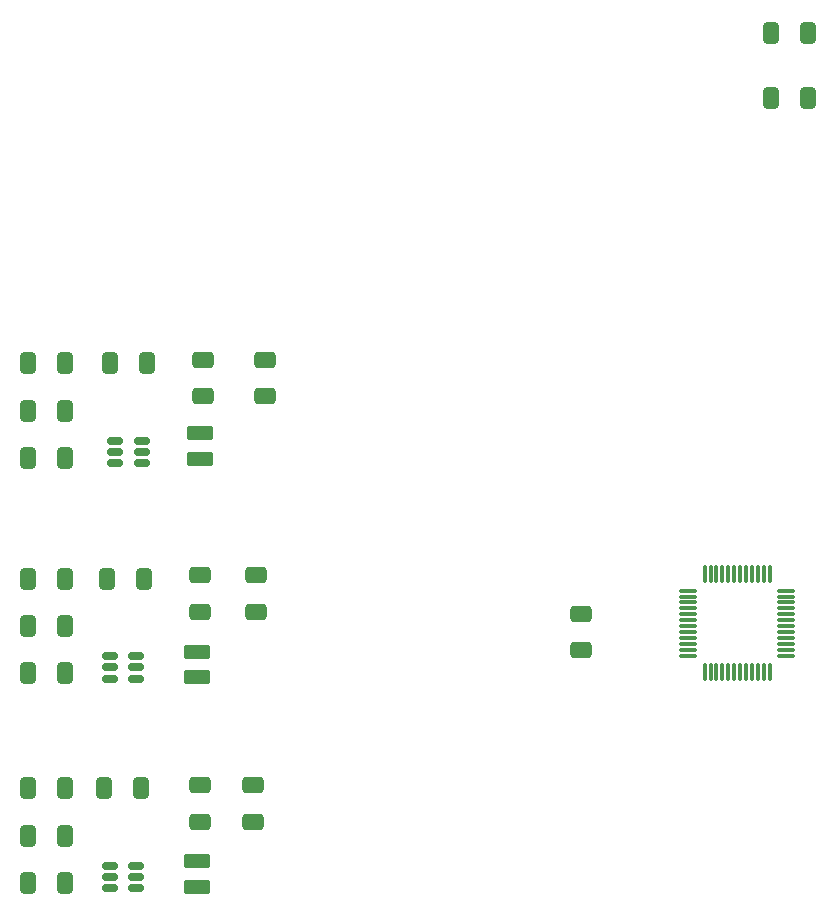
<source format=gbr>
%TF.GenerationSoftware,KiCad,Pcbnew,8.0.0*%
%TF.CreationDate,2024-03-05T12:45:20-06:00*%
%TF.ProjectId,MainBoard,4d61696e-426f-4617-9264-2e6b69636164,rev?*%
%TF.SameCoordinates,Original*%
%TF.FileFunction,Paste,Top*%
%TF.FilePolarity,Positive*%
%FSLAX46Y46*%
G04 Gerber Fmt 4.6, Leading zero omitted, Abs format (unit mm)*
G04 Created by KiCad (PCBNEW 8.0.0) date 2024-03-05 12:45:20*
%MOMM*%
%LPD*%
G01*
G04 APERTURE LIST*
G04 Aperture macros list*
%AMRoundRect*
0 Rectangle with rounded corners*
0 $1 Rounding radius*
0 $2 $3 $4 $5 $6 $7 $8 $9 X,Y pos of 4 corners*
0 Add a 4 corners polygon primitive as box body*
4,1,4,$2,$3,$4,$5,$6,$7,$8,$9,$2,$3,0*
0 Add four circle primitives for the rounded corners*
1,1,$1+$1,$2,$3*
1,1,$1+$1,$4,$5*
1,1,$1+$1,$6,$7*
1,1,$1+$1,$8,$9*
0 Add four rect primitives between the rounded corners*
20,1,$1+$1,$2,$3,$4,$5,0*
20,1,$1+$1,$4,$5,$6,$7,0*
20,1,$1+$1,$6,$7,$8,$9,0*
20,1,$1+$1,$8,$9,$2,$3,0*%
G04 Aperture macros list end*
%ADD10RoundRect,0.150000X-0.512500X-0.150000X0.512500X-0.150000X0.512500X0.150000X-0.512500X0.150000X0*%
%ADD11RoundRect,0.250000X0.412500X0.650000X-0.412500X0.650000X-0.412500X-0.650000X0.412500X-0.650000X0*%
%ADD12RoundRect,0.250000X0.650000X-0.412500X0.650000X0.412500X-0.650000X0.412500X-0.650000X-0.412500X0*%
%ADD13RoundRect,0.075000X-0.662500X-0.075000X0.662500X-0.075000X0.662500X0.075000X-0.662500X0.075000X0*%
%ADD14RoundRect,0.075000X-0.075000X-0.662500X0.075000X-0.662500X0.075000X0.662500X-0.075000X0.662500X0*%
%ADD15RoundRect,0.250000X0.850000X-0.375000X0.850000X0.375000X-0.850000X0.375000X-0.850000X-0.375000X0*%
%ADD16RoundRect,0.250000X-0.650000X0.412500X-0.650000X-0.412500X0.650000X-0.412500X0.650000X0.412500X0*%
G04 APERTURE END LIST*
D10*
%TO.C,U5*%
X126950000Y-129550000D03*
X126950000Y-130500000D03*
X126950000Y-131450000D03*
X129225000Y-131450000D03*
X129225000Y-130500000D03*
X129225000Y-129550000D03*
%TD*%
D11*
%TO.C,C11*%
X123150000Y-91000000D03*
X120025000Y-91000000D03*
%TD*%
%TO.C,C16*%
X123150000Y-105250000D03*
X120025000Y-105250000D03*
%TD*%
D12*
%TO.C,C8*%
X134587500Y-125812500D03*
X134587500Y-122687500D03*
%TD*%
%TO.C,C9*%
X139087500Y-125812500D03*
X139087500Y-122687500D03*
%TD*%
%TO.C,C21*%
X139337500Y-108062500D03*
X139337500Y-104937500D03*
%TD*%
D10*
%TO.C,U2*%
X126950000Y-111800000D03*
X126950000Y-112750000D03*
X126950000Y-113700000D03*
X129225000Y-113700000D03*
X129225000Y-112750000D03*
X129225000Y-111800000D03*
%TD*%
D11*
%TO.C,C17*%
X123150000Y-109250000D03*
X120025000Y-109250000D03*
%TD*%
%TO.C,C6*%
X123150000Y-131000000D03*
X120025000Y-131000000D03*
%TD*%
D13*
%TO.C,U3*%
X175925000Y-106250000D03*
X175925000Y-106750000D03*
X175925000Y-107250000D03*
X175925000Y-107750000D03*
X175925000Y-108250000D03*
X175925000Y-108750000D03*
X175925000Y-109250000D03*
X175925000Y-109750000D03*
X175925000Y-110250000D03*
X175925000Y-110750000D03*
X175925000Y-111250000D03*
X175925000Y-111750000D03*
D14*
X177337500Y-113162500D03*
X177837500Y-113162500D03*
X178337500Y-113162500D03*
X178837500Y-113162500D03*
X179337500Y-113162500D03*
X179837500Y-113162500D03*
X180337500Y-113162500D03*
X180837500Y-113162500D03*
X181337500Y-113162500D03*
X181837500Y-113162500D03*
X182337500Y-113162500D03*
X182837500Y-113162500D03*
D13*
X184250000Y-111750000D03*
X184250000Y-111250000D03*
X184250000Y-110750000D03*
X184250000Y-110250000D03*
X184250000Y-109750000D03*
X184250000Y-109250000D03*
X184250000Y-108750000D03*
X184250000Y-108250000D03*
X184250000Y-107750000D03*
X184250000Y-107250000D03*
X184250000Y-106750000D03*
X184250000Y-106250000D03*
D14*
X182837500Y-104837500D03*
X182337500Y-104837500D03*
X181837500Y-104837500D03*
X181337500Y-104837500D03*
X180837500Y-104837500D03*
X180337500Y-104837500D03*
X179837500Y-104837500D03*
X179337500Y-104837500D03*
X178837500Y-104837500D03*
X178337500Y-104837500D03*
X177837500Y-104837500D03*
X177337500Y-104837500D03*
%TD*%
D15*
%TO.C,L3*%
X134337500Y-113575000D03*
X134337500Y-111425000D03*
%TD*%
D10*
%TO.C,U1*%
X127450000Y-93550000D03*
X127450000Y-94500000D03*
X127450000Y-95450000D03*
X129725000Y-95450000D03*
X129725000Y-94500000D03*
X129725000Y-93550000D03*
%TD*%
D11*
%TO.C,C18*%
X123150000Y-113250000D03*
X120025000Y-113250000D03*
%TD*%
D15*
%TO.C,L2*%
X134587500Y-95075000D03*
X134587500Y-92925000D03*
%TD*%
%TO.C,L1*%
X134337500Y-131325000D03*
X134337500Y-129175000D03*
%TD*%
D11*
%TO.C,C19*%
X129900000Y-105250000D03*
X126775000Y-105250000D03*
%TD*%
%TO.C,C2*%
X123150000Y-127000000D03*
X120025000Y-127000000D03*
%TD*%
%TO.C,C3*%
X186062500Y-59000000D03*
X182937500Y-59000000D03*
%TD*%
%TO.C,C13*%
X130150000Y-87000000D03*
X127025000Y-87000000D03*
%TD*%
D12*
%TO.C,C20*%
X134587500Y-108062500D03*
X134587500Y-104937500D03*
%TD*%
D11*
%TO.C,C12*%
X123150000Y-95000000D03*
X120025000Y-95000000D03*
%TD*%
%TO.C,C7*%
X129650000Y-123000000D03*
X126525000Y-123000000D03*
%TD*%
%TO.C,C10*%
X123150000Y-87000000D03*
X120025000Y-87000000D03*
%TD*%
%TO.C,C4*%
X186062500Y-64500000D03*
X182937500Y-64500000D03*
%TD*%
D12*
%TO.C,C15*%
X140087500Y-89812500D03*
X140087500Y-86687500D03*
%TD*%
D11*
%TO.C,C1*%
X123150000Y-123000000D03*
X120025000Y-123000000D03*
%TD*%
D16*
%TO.C,C5*%
X166837500Y-108187500D03*
X166837500Y-111312500D03*
%TD*%
D12*
%TO.C,C14*%
X134837500Y-89812500D03*
X134837500Y-86687500D03*
%TD*%
M02*

</source>
